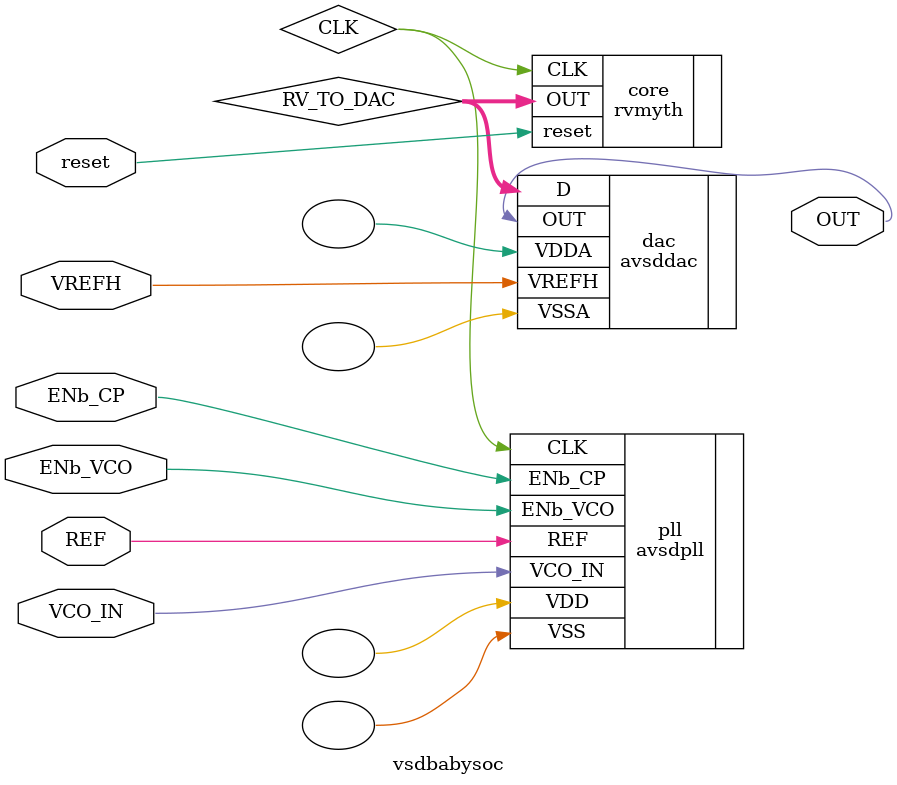
<source format=v>
module vsdbabysoc (
   output wire OUT,
   //
   input  wire reset,
   //
   input  wire VCO_IN,
   input  wire ENb_CP,
   input  wire ENb_VCO,
   input  wire REF,
   //
   // input  wire VREFL,
   input  wire VREFH
);

   wire CLK;
   wire [9:0] RV_TO_DAC;

   rvmyth core (
      .OUT(RV_TO_DAC),
      .CLK(CLK),
      .reset(reset)
   );

   avsdpll pll (
      .CLK(CLK),
      .VCO_IN(VCO_IN),
      .ENb_CP(ENb_CP),
      .ENb_VCO(ENb_VCO),
      .REF(REF),
      .VDD(),
      .VSS()
   );

   avsddac dac (
      .OUT(OUT),
      .D(RV_TO_DAC),
      // .VREFL(VREFL),
      .VREFH(VREFH),
      .VDDA(),
      .VSSA()
   );
   
endmodule

</source>
